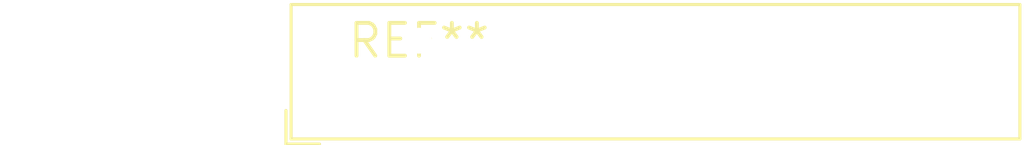
<source format=kicad_pcb>
(kicad_pcb (version 20240108) (generator pcbnew)
  (layers (0 "F.Cu" signal) (31 "B.Cu" signal) (34 "B.Paste" user) (35 "F.Paste" user) (36 "B.SilkS" user "B.Silkscreen") (37 "F.SilkS" user "F.Silkscreen") (38 "B.Mask" user) (39 "F.Mask" user) (44 "Edge.Cuts" user))
  (net 0 "")
  (footprint "Relay_SPDT_Finder_34.51_Vertical" (layer "F.Cu") (at 0 0)
    (property "Reference" "REF**")
    (property "Value" "Relay_SPDT_Finder_34.51_Vertical")
    (fp_line (start -5.15 4) (end -5.15 2.7) (layer "F.SilkS") (stroke (width 0.12)))
    (fp_line (start -4.95 -1.4) (end 23.25 -1.4) (layer "F.SilkS") (stroke (width 0.12)))
    (fp_line (start -4.95 3.8) (end -4.95 -1.4) (layer "F.SilkS") (stroke (width 0.12)))
    (fp_line (start -3.85 4) (end -5.15 4) (layer "F.SilkS") (stroke (width 0.12)))
    (fp_line (start 23.25 -1.4) (end 23.25 3.8) (layer "F.SilkS") (stroke (width 0.12)))
    (fp_line (start 23.25 3.8) (end -4.95 3.8) (layer "F.SilkS") (stroke (width 0.12)))
    (pad "11" thru_hole circle (at 16.25 0) (size 2.4 2.4) (drill 1.3) (layers *.Cu *.Mask) (remove_unused_layers))
    (pad "12" thru_hole circle (at 11.25 0) (size 2.4 2.4) (drill 1.3) (layers *.Cu *.Mask) (remove_unused_layers))
    (pad "14" thru_hole circle (at 21.25 0) (size 2.4 2.4) (drill 1.3) (layers *.Cu *.Mask) (remove_unused_layers))
    (pad "A1" thru_hole rect (at 0 0) (size 2 2) (drill 1) (layers *.Cu *.Mask) (remove_unused_layers))
    (pad "A2" thru_hole circle (at -3.75 0) (size 2 2) (drill 1) (layers *.Cu *.Mask) (remove_unused_layers))
  )
)
</source>
